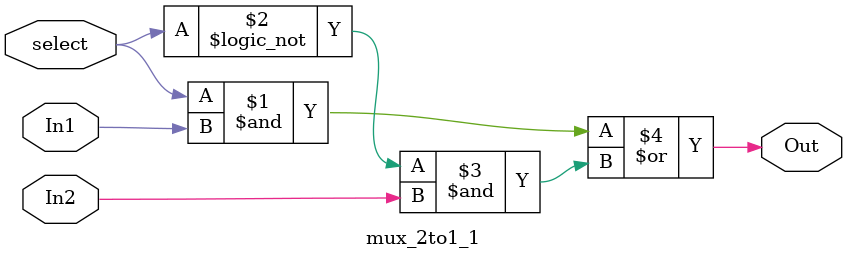
<source format=v>
module mux_2to1_1(In1, In2, select, Out);
    input In1, In2, select;
    output Out;
    
    assign Out=(select&In1) | (!select&In2);
    
endmodule

</source>
